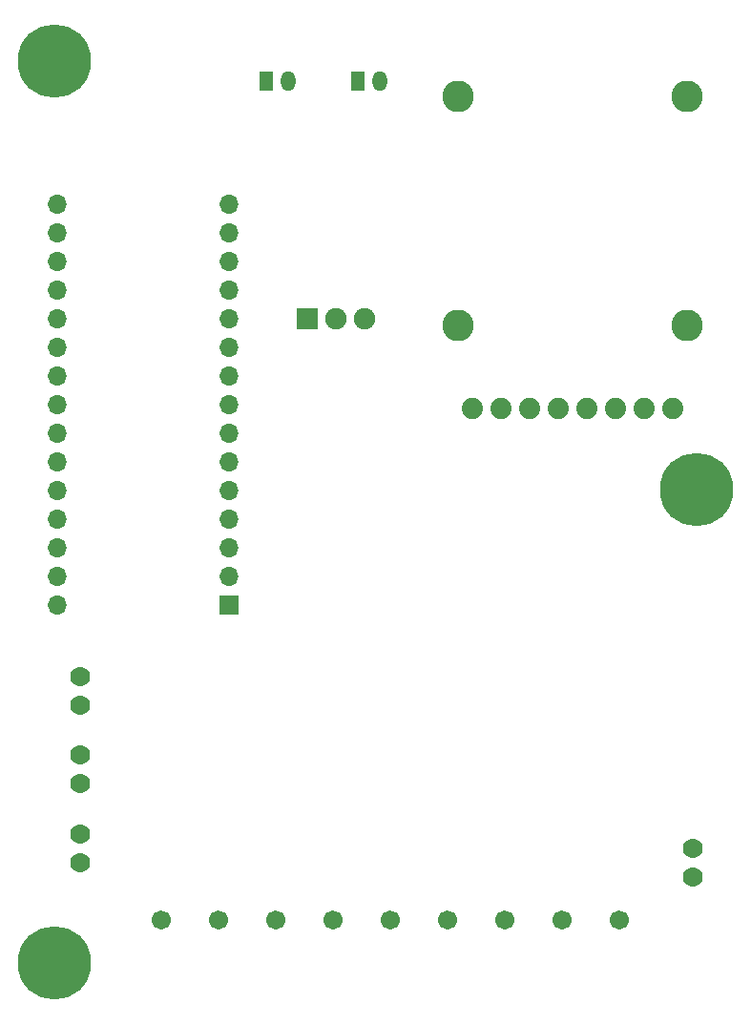
<source format=gbs>
G04 #@! TF.FileFunction,Soldermask,Bot*
%FSLAX46Y46*%
G04 Gerber Fmt 4.6, Leading zero omitted, Abs format (unit mm)*
G04 Created by KiCad (PCBNEW 4.0.7) date 04/09/18 23:53:00*
%MOMM*%
%LPD*%
G01*
G04 APERTURE LIST*
%ADD10C,0.100000*%
%ADD11C,1.701600*%
%ADD12R,1.701600X1.701600*%
%ADD13O,1.701600X1.701600*%
%ADD14C,1.771600*%
%ADD15C,1.881600*%
%ADD16C,2.801600*%
%ADD17C,1.901600*%
%ADD18R,1.901600X1.901600*%
%ADD19R,1.301600X1.801600*%
%ADD20O,1.301600X1.801600*%
%ADD21C,6.501600*%
G04 APERTURE END LIST*
D10*
D11*
X112090000Y-137160000D03*
X107010000Y-137160000D03*
X101930000Y-137160000D03*
X96850000Y-137160000D03*
X91770000Y-137160000D03*
X86690000Y-137160000D03*
X81610000Y-137160000D03*
X76530000Y-137160000D03*
X71450000Y-137160000D03*
D12*
X77470000Y-109220000D03*
D13*
X62230000Y-76200000D03*
X77470000Y-106680000D03*
X62230000Y-78740000D03*
X77470000Y-104140000D03*
X62230000Y-81280000D03*
X77470000Y-101600000D03*
X62230000Y-83820000D03*
X77470000Y-99060000D03*
X62230000Y-86360000D03*
X77470000Y-96520000D03*
X62230000Y-88900000D03*
X77470000Y-93980000D03*
X62230000Y-91440000D03*
X77470000Y-91440000D03*
X62230000Y-93980000D03*
X77470000Y-88900000D03*
X62230000Y-96520000D03*
X77470000Y-86360000D03*
X62230000Y-99060000D03*
X77470000Y-83820000D03*
X62230000Y-101600000D03*
X77470000Y-81280000D03*
X62230000Y-104140000D03*
X77470000Y-78740000D03*
X62230000Y-106680000D03*
X77470000Y-76200000D03*
X62230000Y-109220000D03*
X77470000Y-73660000D03*
X62230000Y-73660000D03*
D14*
X64262000Y-132080000D03*
X64262000Y-129540000D03*
X118618000Y-130810000D03*
X118618000Y-133350000D03*
X64262000Y-125095000D03*
X64262000Y-122555000D03*
X64262000Y-118110000D03*
X64262000Y-115570000D03*
D15*
X99060000Y-91821000D03*
X101600000Y-91821000D03*
X106680000Y-91821000D03*
X104140000Y-91821000D03*
X109220000Y-91821000D03*
X111760000Y-91821000D03*
X114300000Y-91821000D03*
X116840000Y-91821000D03*
D16*
X118110000Y-64135000D03*
X97790000Y-64135000D03*
X97790000Y-84455000D03*
X118110000Y-84455000D03*
D17*
X89535000Y-83820000D03*
D18*
X84455000Y-83820000D03*
D17*
X86995000Y-83820000D03*
D19*
X80772000Y-62738000D03*
D20*
X82772000Y-62738000D03*
D19*
X88900000Y-62738000D03*
D20*
X90900000Y-62738000D03*
D21*
X62000000Y-61000000D03*
X119000000Y-99000000D03*
X62000000Y-141000000D03*
M02*

</source>
